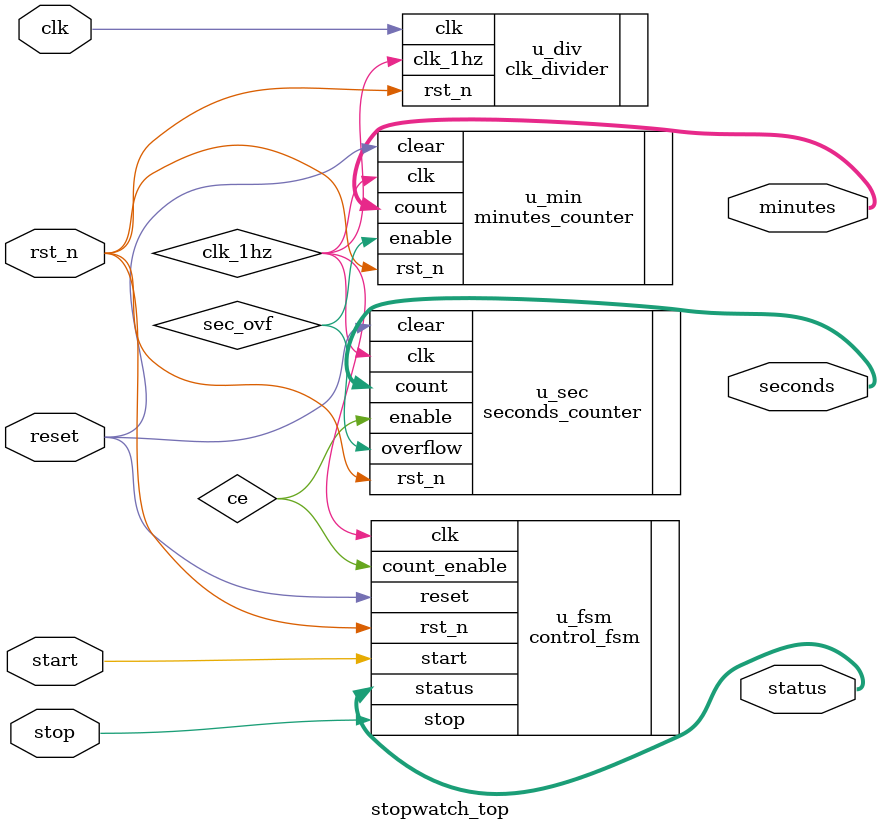
<source format=v>
module stopwatch_top#(parameter INPUT_FREQ = 100)
 (
    input wire clk,      
    input wire rst_n,
    input wire start,
    input wire stop,
    input wire reset,
    output wire [7:0] minutes,
    output wire [5:0] seconds,
    output wire [1:0] status
);
    wire clk_1hz;
    wire ce, sec_ovf;

    clk_divider #( .INPUT_FREQ(100) ) u_div (
        .clk(clk),
        .rst_n(rst_n),
        .clk_1hz(clk_1hz)
    );

    control_fsm u_fsm (
        .clk(clk_1hz), 
        .rst_n(rst_n), 
        .start(start), 
        .stop(stop), 
        .reset(reset),
        .status(status), 
        .count_enable(ce)
    );

    seconds_counter u_sec (
        .clk(clk_1hz), 
        .rst_n(rst_n), 
        .clear(reset), 
        .enable(ce),
        .count(seconds), 
        .overflow(sec_ovf)
    );


    minutes_counter u_min (
        .clk(clk_1hz), 
        .rst_n(rst_n), 
        .clear(reset), 
        .enable(sec_ovf), 
        .count(minutes)
    );

endmodule

</source>
